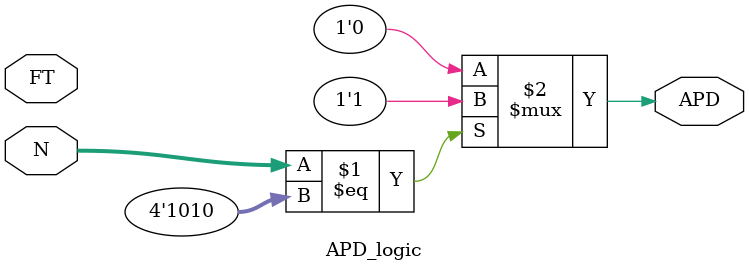
<source format=v>
module tb_bowling_score_system;

    reg clk;
    reg reset;
    reg [3:0] N;
    reg upd;
    reg LF;
    wire [9:0] score;
    wire done;
    wire FT;
    wire NF;
    wire AD;
    wire APD;

    // Instantiate the bowling_score_system module
    bowling_score_system uut (
        .clk(clk),
        .reset(reset),
        .N(N),
        .APD(APD),
        .upd(upd),
        .LF(LF),
        .score(score),
        .done(done),
        .FT(FT),
        .NF(NF),
        .AD(AD)
    );

    // Instantiate the APD_logic module
    APD_logic apd_logic_inst (
        .N(N),
        .FT(FT),
        .APD(APD)
    );

    // Generate clock signal
    always #5 clk = ~clk;

    initial begin
        $dumpfile("tb_bowling_score_system.vcd");
        $dumpvars(0, tb_bowling_score_system);

        // Initialize inputs
        clk = 0;
        reset = 1;
        N = 0;
        upd = 0;
        LF = 0;
        #10;

        // Release reset
        reset = 0;

        // Test Case 1: Frame 1 - Strike
        upd = 1; N = 10; #10; upd = 0; #10;

        // Test Case 2: Frame 2 - Spare (4 + 6)
        upd = 1; N = 4; #10; upd = 0; #10;
        upd = 1; N = 6; #10; upd = 0; #10;

        // Test Case 3: Frame 3 - Normal (3 + 4)
        upd = 1; N = 3; #10; upd = 0; #10;
        upd = 1; N = 4; #10; upd = 0; #10;

        // Test Case 4: Frame 4 - Strike
        upd = 1; N = 10; #10; upd = 0; #10;

        // Test Case 5: Frame 5 - Normal (5 + 2)
        upd = 1; N = 5; #10; upd = 0; #10;
        upd = 1; N = 2; #10; upd = 0; #10;

        // Test Case 6: Frame 6 - Spare (6 + 4)
        upd = 1; N = 6; #10; upd = 0; #10;
        upd = 1; N = 4; #10; upd = 0; #10;

        // Test Case 7: Frame 7 - Strike
        upd = 1; N = 10; #10; upd = 0; #10;

        // Test Case 8: Frame 8 - Strike
        upd = 1; N = 10; #10; upd = 0; #10;

        // Test Case 9: Frame 9 - Normal (2 + 7)
        upd = 1; N = 2; #10; upd = 0; #10;
        upd = 1; N = 7; #10; upd = 0; #10;

        // Test Case 10: Frame 10 - Strike + Bonus Throws
        upd = 1; N = 10; #10; upd = 0; #10;
        upd = 1; N = 10; #10; upd = 0; #10;
        upd = 1; N = 10; #10; upd = 0; #10;

        // Finish simulation
        #50;
        $finish;
    end

endmodule

module APD_logic(
    input [3:0] N, // 當前投球擊倒的球瓶數
    input FT,
    output APD                       // 全部擊倒信號
);

    // 當 N 等於 10（全部球瓶數）時，apd 置為 1，否則為 0
    assign APD = (N == 4'd10) ? 1'b1 : 1'b0;

endmodule

</source>
